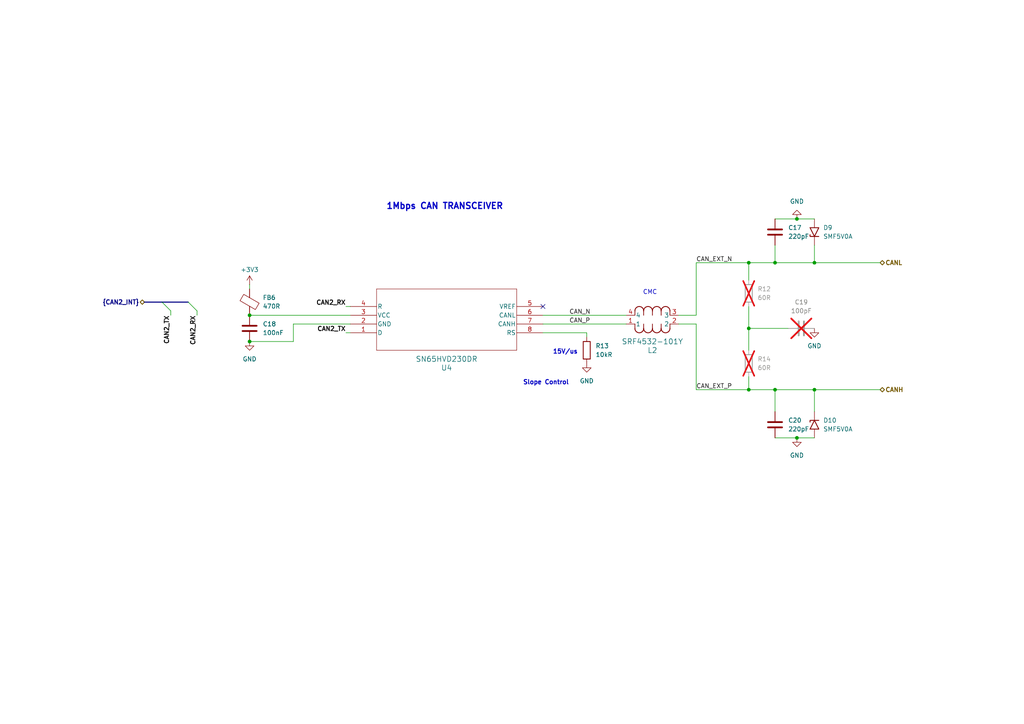
<source format=kicad_sch>
(kicad_sch (version 20250114) (generator "eeschema") (generator_version "9.0")
  (paper "A4")
  (title_block (title "CAN Transciever") (date "2025-08-23") (rev "0") (company "E.R.I.G. e.V"))
  (lib_symbols
    (symbol "Device:C" (pin_numbers (hide yes)) (pin_names (offset 0.254))
      (property "Reference" "C" (at 0.635 2.54 0))
      (property "Value" "C" (at 0.635 -2.54 0))
      (symbol "C_0_1"
        (polyline (pts (xy -2.032 0.762) (xy 2.032 0.762)) (stroke (width 0.508)))
        (polyline (pts (xy -2.032 -0.762) (xy 2.032 -0.762)) (stroke (width 0.508)))
      )
      (symbol "C_1_1"
        (pin passive line (at 0 3.81 270) (length 2.794) (name "~") (number "1"))
        (pin passive line (at 0 -3.81 90) (length 2.794) (name "~") (number "2"))
      )
    )
    (symbol "Device:FerriteBead" (pin_numbers (hide yes)) (pin_names (offset 0))
      (property "Reference" "FB" (at -3.81 0.635 90))
      (property "Value" "FerriteBead" (at 3.81 0 90))
      (symbol "FerriteBead_0_1"
        (polyline (pts (xy -2.7686 0.4064) (xy -1.7018 2.2606) (xy 2.7686 -0.3048) (xy 1.6764 -2.159) (xy -2.7686 0.4064)))
        (polyline (pts (xy 0 1.27) (xy 0 1.2954)))
        (polyline (pts (xy 0 -1.27) (xy 0 -1.2192)))
      )
      (symbol "FerriteBead_1_1"
        (pin passive line (at 0 3.81 270) (length 2.54) (name "~") (number "1"))
        (pin passive line (at 0 -3.81 90) (length 2.54) (name "~") (number "2"))
      )
    )
    (symbol "Device:R" (pin_numbers (hide yes)) (pin_names (offset 0))
      (property "Reference" "R" (at 2.032 0 90))
      (property "Value" "R" (at 0 0 90))
      (symbol "R_0_1"
        (rectangle (start -1.016 -2.54) (end 1.016 2.54) (stroke (width 0.254)))
      )
      (symbol "R_1_1"
        (pin passive line (at 0 3.81 270) (length 1.27) (name "~") (number "1"))
        (pin passive line (at 0 -3.81 90) (length 1.27) (name "~") (number "2"))
      )
    )
    (symbol "Diode:SMF5V0A" (pin_numbers (hide yes)) (pin_names (offset 1.016) (hide yes))
      (property "Reference" "D" (at 0 2.54 0))
      (property "Value" "SMF5V0A" (at 0 -2.54 0))
      (symbol "SMF5V0A_0_1"
        (polyline (pts (xy -0.762 1.27) (xy -1.27 1.27) (xy -1.27 -1.27)) (stroke (width 0.254)))
        (polyline (pts (xy 1.27 1.27) (xy 1.27 -1.27) (xy -1.27 0) (xy 1.27 1.27)) (stroke (width 0.254)))
      )
      (symbol "SMF5V0A_1_1"
        (pin passive line (at -3.81 0 0) (length 2.54) (name "A1") (number "1"))
        (pin passive line (at 3.81 0 180) (length 2.54) (name "A2") (number "2"))
      )
    )
    (symbol "SN65HVD230DR CAN TRANSCEIVER:SN65HVD230DR" (pin_names (offset 0.254))
      (property "Reference" "U" (at 27.94 10.16 0))
      (property "Value" "SN65HVD230DR" (at 27.94 7.62 0))
      (symbol "SN65HVD230DR_0_1"
        (polyline (pts (xy 7.62 5.08) (xy 7.62 -12.7)) (stroke (width 0.127)))
        (polyline (pts (xy 7.62 -12.7) (xy 48.26 -12.7)) (stroke (width 0.127)))
        (polyline (pts (xy 48.26 5.08) (xy 7.62 5.08)) (stroke (width 0.127)))
        (polyline (pts (xy 48.26 -12.7) (xy 48.26 5.08)) (stroke (width 0.127)))
        (pin input line (at 0 0 0) (length 7.62) (name "D") (number "1"))
        (pin power_in line (at 0 -2.54 0) (length 7.62) (name "GND") (number "2"))
        (pin power_in line (at 0 -5.08 0) (length 7.62) (name "VCC") (number "3"))
        (pin input line (at 0 -7.62 0) (length 7.62) (name "R") (number "4"))
        (pin input line (at 55.88 0 180) (length 7.62) (name "RS") (number "8"))
        (pin output line (at 55.88 -2.54 180) (length 7.62) (name "CANH") (number "7"))
        (pin output line (at 55.88 -5.08 180) (length 7.62) (name "CANL") (number "6"))
        (pin power_in line (at 55.88 -7.62 180) (length 7.62) (name "VREF") (number "5"))
      )
    )
    (symbol "SRF4532 Common Mode Choke:SRF4532-101Y" (pin_names (offset 0.254))
      (property "Reference" "L7" (at 7.62 7.62 0))
      (property "Value" "SRF4532-101Y" (at 7.62 5.08 0))
      (symbol "SRF4532-101Y_0_1"
        (polyline (pts (xy 2.54 0) (xy 2.54 1.27)) (stroke (width 0.2032)))
        (polyline (pts (xy 2.54 -2.54) (xy 2.54 -3.81)) (stroke (width 0.2032)))
        (arc (start 2.54 1.27) (mid 3.81 2.5345) (end 5.08 1.27) (stroke (width 0.254)))
        (arc (start 5.08 -3.81) (mid 3.81 -5.0745) (end 2.54 -3.81) (stroke (width 0.254)))
        (polyline (pts (xy 5.08 0) (xy 5.08 1.27)) (stroke (width 0.2032)))
        (polyline (pts (xy 5.08 -2.54) (xy 5.08 -3.81)) (stroke (width 0.2032)))
        (arc (start 5.08 1.27) (mid 6.35 2.5345) (end 7.62 1.27) (stroke (width 0.254)))
        (arc (start 7.62 -3.81) (mid 6.35 -5.0745) (end 5.08 -3.81) (stroke (width 0.254)))
        (polyline (pts (xy 7.62 0) (xy 7.62 1.27)) (stroke (width 0.2032)))
        (polyline (pts (xy 7.62 -2.54) (xy 7.62 -3.81)) (stroke (width 0.2032)))
        (arc (start 7.62 1.27) (mid 8.89 2.5345) (end 10.16 1.27) (stroke (width 0.254)))
        (arc (start 10.16 -3.81) (mid 8.89 -5.0745) (end 7.62 -3.81) (stroke (width 0.254)))
        (polyline (pts (xy 10.16 0) (xy 10.16 1.27)) (stroke (width 0.2032)))
        (polyline (pts (xy 10.16 -2.54) (xy 10.16 -3.81)) (stroke (width 0.2032)))
        (arc (start 10.16 1.27) (mid 11.43 2.5345) (end 12.7 1.27) (stroke (width 0.254)))
        (arc (start 12.7 -3.81) (mid 11.43 -5.0745) (end 10.16 -3.81) (stroke (width 0.254)))
        (polyline (pts (xy 12.7 0) (xy 12.7 1.27)) (stroke (width 0.2032)))
        (polyline (pts (xy 12.7 -2.54) (xy 12.7 -3.81)) (stroke (width 0.2032)))
        (pin unspecified line (at 0 0 0) (length 2.54) (name "1") (number "1"))
        (pin unspecified line (at 0 -2.54 0) (length 2.54) (name "4") (number "4"))
        (pin unspecified line (at 15.24 0 180) (length 2.54) (name "2") (number "2"))
        (pin unspecified line (at 15.24 -2.54 180) (length 2.54) (name "3") (number "3"))
      )
    )
    (symbol "power:+3V3" (power) (pin_numbers (hide yes)) (pin_names (offset 0) (hide yes))
      (property "Value" "+3V3" (at 0 3.556 0))
      (symbol "+3V3_0_1"
        (polyline (pts (xy -0.762 1.27) (xy 0 2.54)))
        (polyline (pts (xy 0 2.54) (xy 0.762 1.27)))
        (polyline (pts (xy 0 0) (xy 0 2.54)))
      )
      (symbol "+3V3_1_1"
        (pin power_in line (at 0 0 90) (length 0) (name "~") (number "1"))
      )
    )
    (symbol "power:GND" (power) (pin_names (offset 0))
      (property "Value" "GND" (at 0 -3.81 0))
      (symbol "GND_0_1"
        (polyline (pts (xy 0 0) (xy 0 -1.27) (xy 1.27 -1.27) (xy 0 -2.54) (xy -1.27 -1.27) (xy 0 -1.27)))
      )
      (symbol "GND_1_1"
        (pin power_in line (at 0 0 270) (length 0) (hide yes) (name "GND") (number "1"))
      )
    )
  )
  (bus_alias "{CAN2_INT}" (members "CAN2_RX" "CAN2_TX"))
  (text "15V/us" (at 167.64 102.87 0) (effects (font (size 1.27 1.27) (bold yes)) (justify right bottom)))
  (text "1Mbps CAN TRANSCEIVER\n" (at 146.05 60.96 0) (effects (font (size 1.778 1.778) (bold yes)) (justify right bottom)))
  (text "CMC\n" (at 186.436 85.598 0) (effects (font (size 1.27 1.27)) (justify left bottom)))
  (text "Slope Control\n" (at 165.1 111.76 0) (effects (font (size 1.27 1.27) (bold yes)) (justify right bottom)))
  (junction (at 231.14 127))
  (junction (at 236.22 76.2))
  (junction (at 217.17 76.2))
  (junction (at 72.39 91.44))
  (junction (at 72.39 99.06))
  (junction (at 231.14 63.5))
  (junction (at 224.79 113.03))
  (junction (at 217.17 95.25))
  (junction (at 224.79 76.2))
  (junction (at 217.17 113.03))
  (junction (at 236.22 113.03))
  (no_connect (at 157.48 88.9))
  (bus_entry (at 49.53 90.17) (size -2.54 -2.54))
  (bus_entry (at 57.15 90.17) (size -2.54 -2.54))
  (wire (pts (xy 201.93 76.2) (xy 217.17 76.2)))
  (wire (pts (xy 231.14 127) (xy 236.22 127)))
  (wire (pts (xy 217.17 95.25) (xy 217.17 101.6)))
  (wire (pts (xy 217.17 76.2) (xy 217.17 81.28)))
  (wire (pts (xy 236.22 63.5) (xy 231.14 63.5)))
  (wire (pts (xy 100.33 96.52) (xy 101.6 96.52)))
  (wire (pts (xy 201.93 93.98) (xy 196.85 93.98)))
  (wire (pts (xy 201.93 113.03) (xy 201.93 93.98)))
  (wire (pts (xy 85.09 99.06) (xy 72.39 99.06)))
  (wire (pts (xy 157.48 93.98) (xy 181.61 93.98)))
  (bus (pts (xy 54.61 87.63) (xy 46.99 87.63)))
  (wire (pts (xy 224.79 127) (xy 231.14 127)))
  (wire (pts (xy 228.6 95.25) (xy 217.17 95.25)))
  (wire (pts (xy 72.39 91.44) (xy 101.6 91.44)))
  (wire (pts (xy 201.93 76.2) (xy 201.93 91.44)))
  (wire (pts (xy 196.85 91.44) (xy 201.93 91.44)))
  (wire (pts (xy 236.22 113.03) (xy 255.27 113.03)))
  (wire (pts (xy 217.17 76.2) (xy 224.79 76.2)))
  (wire (pts (xy 100.33 88.9) (xy 101.6 88.9)))
  (wire (pts (xy 72.39 82.55) (xy 72.39 83.82)))
  (wire (pts (xy 217.17 88.9) (xy 217.17 95.25)))
  (wire (pts (xy 49.53 91.44) (xy 49.53 90.17)))
  (wire (pts (xy 101.6 93.98) (xy 85.09 93.98)))
  (wire (pts (xy 224.79 76.2) (xy 236.22 76.2)))
  (wire (pts (xy 236.22 76.2) (xy 255.27 76.2)))
  (bus (pts (xy 46.99 87.63) (xy 41.91 87.63)))
  (wire (pts (xy 157.48 91.44) (xy 181.61 91.44)))
  (wire (pts (xy 224.79 119.38) (xy 224.79 113.03)))
  (wire (pts (xy 85.09 93.98) (xy 85.09 99.06)))
  (wire (pts (xy 57.15 91.44) (xy 57.15 90.17)))
  (wire (pts (xy 217.17 109.22) (xy 217.17 113.03)))
  (wire (pts (xy 236.22 119.38) (xy 236.22 113.03)))
  (wire (pts (xy 201.93 113.03) (xy 217.17 113.03)))
  (wire (pts (xy 224.79 113.03) (xy 236.22 113.03)))
  (wire (pts (xy 236.22 71.12) (xy 236.22 76.2)))
  (wire (pts (xy 217.17 113.03) (xy 224.79 113.03)))
  (wire (pts (xy 224.79 63.5) (xy 231.14 63.5)))
  (wire (pts (xy 170.18 96.52) (xy 170.18 97.79)))
  (wire (pts (xy 157.48 96.52) (xy 170.18 96.52)))
  (wire (pts (xy 224.79 71.12) (xy 224.79 76.2)))
  (label "CAN2_TX" (at 49.53 91.44 270) (effects (font (bold yes))))
  (label "CAN_EXT_N" (at 201.93 76.2 0))
  (label "CAN_N" (at 165.1 91.44 0))
  (label "CAN2_RX" (at 57.15 91.44 270) (effects (font (bold yes))))
  (label "CAN_P" (at 165.1 93.98 0))
  (label "CAN2_RX" (at 100.33 88.9 180) (effects (font (bold yes))))
  (label "CAN_EXT_P" (at 201.93 113.03 0))
  (label "CAN2_TX" (at 100.33 96.52 180) (effects (font (bold yes))))
  (hierarchical_label "CANH" (shape bidirectional) (at 255.27 113.03 0) (effects (font (bold yes))))
  (hierarchical_label "CANL" (shape bidirectional) (at 255.27 76.2 0) (effects (font (bold yes))))
  (hierarchical_label "{CAN2_INT}" (shape bidirectional) (at 41.91 87.63 180) (effects (font (bold yes))))
  (symbol (lib_id "power:GND") (at 236.22 95.25 0) (unit 1)
    (property "Reference" "#PWR043" (effects (hide yes)))
    (property "Value" "GND" (at 236.22 100.33 0))
  )
  (symbol (lib_id "Device:R") (at 217.17 105.41 0) (unit 1) (in_bom no) (dnp yes)
    (property "Reference" "R14" (at 219.71 104.14 0) (effects (justify left)))
    (property "Value" "60R" (at 219.71 106.68 0) (effects (justify left)))
    (property "Footprint" "Resistor_SMD:R_0603_1608Metric" (effects (hide yes)))
  )
  (symbol (lib_id "power:GND") (at 72.39 99.06 0) (unit 1)
    (property "Reference" "#PWR044" (effects (hide yes)))
    (property "Value" "GND" (at 72.39 104.14 0))
  )
  (symbol (lib_id "SRF4532 Common Mode Choke:SRF4532-101Y") (at 181.61 93.98 0) (mirror x) (unit 1)
    (property "Reference" "L2" (at 189.23 101.6 0) (effects (font (size 1.524 1.524))))
    (property "Value" "SRF4532-101Y" (at 189.23 99.06 0) (effects (font (size 1.524 1.524))))
    (property "Footprint" "UNITY_DUCK_FOOT:IND_BOURNS_SRF4532" (effects (hide yes)))
    (property "Datasheet" "SRF4532-101Y" (effects (hide yes)))
  )
  (symbol (lib_id "Diode:SMF5V0A") (at 236.22 67.31 90) (unit 1)
    (property "Reference" "D9" (at 238.76 66.04 90) (effects (justify right)))
    (property "Value" "SMF5V0A" (at 238.76 68.58 90) (effects (justify right)))
    (property "Footprint" "Diode_SMD:D_SMF" (effects (hide yes)))
    (property "Datasheet" "https://www.vishay.com/doc?85881" (effects (hide yes)))
  )
  (symbol (lib_id "Device:C") (at 72.39 95.25 0) (unit 1)
    (property "Reference" "C18" (at 76.2 93.98 0) (effects (justify left)))
    (property "Value" "100nF" (at 76.2 96.52 0) (effects (justify left)))
    (property "Footprint" "Capacitor_SMD:C_0603_1608Metric" (effects (hide yes)))
    (property "Datasheet" "WE 885012206046" (effects (hide yes)))
    (property "Description" "WE 885012206046" (effects (hide yes)))
    (property "Voltage " "16V" (effects (hide yes)))
  )
  (symbol (lib_id "SN65HVD230DR CAN TRANSCEIVER:SN65HVD230DR") (at 101.6 96.52 0) (mirror x) (unit 1)
    (property "Reference" "U4" (at 129.54 106.68 0) (effects (font (size 1.524 1.524))))
    (property "Value" "SN65HVD230DR" (at 129.54 104.14 0) (effects (font (size 1.524 1.524))))
    (property "Footprint" "ERIG:SOIC-8" (effects (hide yes)))
    (property "Datasheet" "SN65HVD230DR" (effects (hide yes)))
  )
  (symbol (lib_id "Device:FerriteBead") (at 72.39 87.63 0) (unit 1)
    (property "Reference" "FB6" (at 76.2 86.3092 0) (effects (justify left)))
    (property "Value" "470R" (at 76.2 88.8492 0) (effects (justify left)))
    (property "Footprint" "Resistor_SMD:R_0603_1608Metric" (effects (hide yes)))
    (property "Description" "WE 742792645" (effects (hide yes)))
  )
  (symbol (lib_id "Diode:SMF5V0A") (at 236.22 123.19 90) (mirror x) (unit 1)
    (property "Reference" "D10" (at 238.76 121.92 90) (effects (justify right)))
    (property "Value" "SMF5V0A" (at 238.76 124.46 90) (effects (justify right)))
    (property "Footprint" "Diode_SMD:D_SMF" (effects (hide yes)))
    (property "Datasheet" "https://www.vishay.com/doc?85881" (effects (hide yes)))
  )
  (symbol (lib_id "power:+3V3") (at 72.39 82.55 0) (unit 1)
    (property "Reference" "#PWR042" (effects (hide yes)))
    (property "Value" "+3V3" (at 72.39 78.232 0))
    (property "Description" "Power symbol creates a global label with name \"+3V3\"" (effects (hide yes)))
  )
  (symbol (lib_id "Device:R") (at 170.18 101.6 0) (unit 1)
    (property "Reference" "R13" (at 172.72 100.33 0) (effects (justify left)))
    (property "Value" "10kR" (at 172.72 102.87 0) (effects (justify left)))
    (property "Footprint" "Resistor_SMD:R_0603_1608Metric" (effects (hide yes)))
  )
  (symbol (lib_id "Device:R") (at 217.17 85.09 0) (unit 1) (in_bom no) (dnp yes)
    (property "Reference" "R12" (at 219.71 83.82 0) (effects (justify left)))
    (property "Value" "60R" (at 219.71 86.36 0) (effects (justify left)))
    (property "Footprint" "Resistor_SMD:R_0603_1608Metric" (effects (hide yes)))
  )
  (symbol (lib_id "Device:C") (at 224.79 123.19 0) (unit 1)
    (property "Reference" "C20" (at 228.6 121.92 0) (effects (justify left)))
    (property "Value" "220pF" (at 228.6 124.46 0) (effects (justify left)))
    (property "Footprint" "Capacitor_SMD:C_0603_1608Metric" (effects (hide yes)))
    (property "Datasheet" "WE 885012206079" (effects (hide yes)))
    (property "Voltage" "50V" (effects (hide yes)))
  )
  (symbol (lib_id "power:GND") (at 170.18 105.41 0) (unit 1)
    (property "Reference" "#PWR045" (effects (hide yes)))
    (property "Value" "GND" (at 170.18 110.49 0))
  )
  (symbol (lib_id "Device:C") (at 224.79 67.31 0) (unit 1)
    (property "Reference" "C17" (at 228.6 66.04 0) (effects (justify left)))
    (property "Value" "220pF" (at 228.6 68.58 0) (effects (justify left)))
    (property "Footprint" "Capacitor_SMD:C_0603_1608Metric" (effects (hide yes)))
    (property "Datasheet" "WE 885012206079" (effects (hide yes)))
    (property "Voltage" "50V" (effects (hide yes)))
  )
  (symbol (lib_id "power:GND") (at 231.14 127 0) (unit 1)
    (property "Reference" "#PWR046" (effects (hide yes)))
    (property "Value" "GND" (at 231.14 132.08 0))
  )
  (symbol (lib_id "Device:C") (at 232.41 95.25 90) (unit 1) (in_bom no) (dnp yes)
    (property "Reference" "C19" (at 232.41 87.63 90))
    (property "Value" "100pF" (at 232.41 90.17 90))
    (property "Footprint" "Capacitor_SMD:C_0603_1608Metric" (effects (hide yes)))
    (property "Datasheet" "WE 885012206077" (effects (hide yes)))
    (property "Voltage" "50V" (effects (hide yes)))
  )
  (symbol (lib_id "power:GND") (at 231.14 63.5 0) (mirror x) (unit 1)
    (property "Reference" "#PWR041" (effects (hide yes)))
    (property "Value" "GND" (at 231.14 58.42 0))
  )
)
</source>
